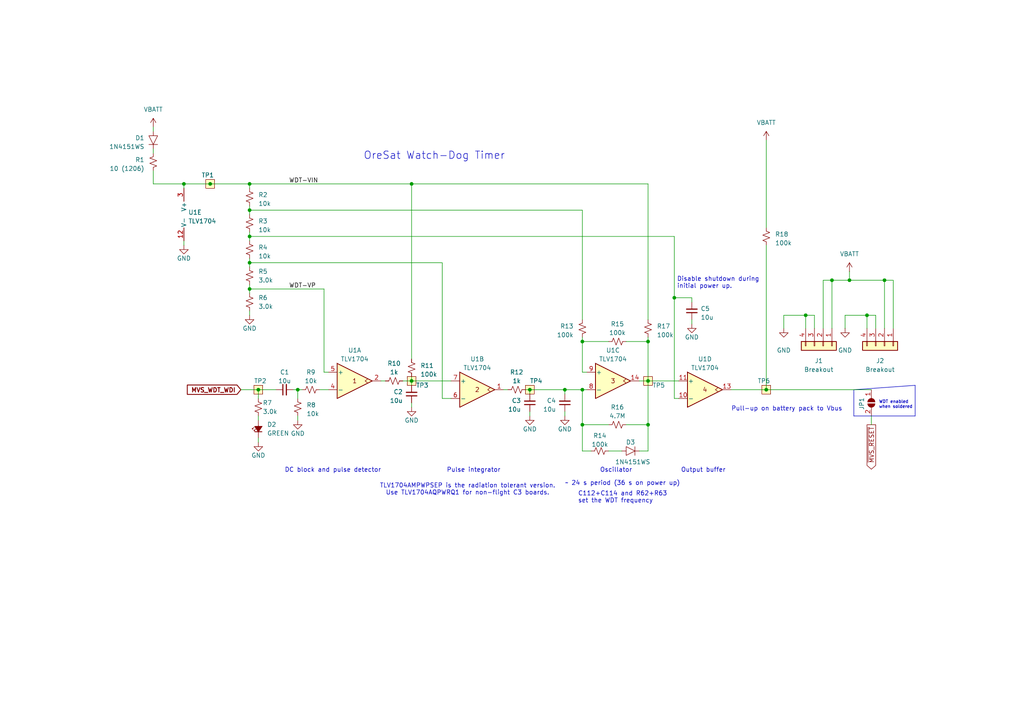
<source format=kicad_sch>
(kicad_sch (version 20231120) (generator "eeschema") (generator_version "8.0")
  (paper "A4")
  (lib_symbols
    (symbol "Connector_Generic:Conn_01x04" (pin_names (offset 1.016) hide)
      (property "Reference" "J" (at 0 5.08 0))
      (property "Value" "Conn_01x04" (at 0 -7.62 0))
      (symbol "Conn_01x04_1_1"
        (rectangle (start -1.27 -4.953) (end 0 -5.207) (stroke (width 0.1524)))
        (rectangle (start -1.27 -2.413) (end 0 -2.667) (stroke (width 0.1524)))
        (rectangle (start -1.27 0.127) (end 0 -0.127) (stroke (width 0.1524)))
        (rectangle (start -1.27 2.667) (end 0 2.413) (stroke (width 0.1524)))
        (rectangle (start -1.27 3.81) (end 1.27 -6.35) (stroke (width 0.254)) (fill (type background)))
        (pin passive line (at -5.08 2.54 0) (length 3.81) (name "Pin_1") (number "1"))
        (pin passive line (at -5.08 0 0) (length 3.81) (name "Pin_2") (number "2"))
        (pin passive line (at -5.08 -2.54 0) (length 3.81) (name "Pin_3") (number "3"))
        (pin passive line (at -5.08 -5.08 0) (length 3.81) (name "Pin_4") (number "4"))
      )
    )
    (symbol "Device:C_Small" (pin_numbers hide) (pin_names (offset 0.254) hide)
      (property "Reference" "C" (at 0.254 1.778 0))
      (property "Value" "C_Small" (at 0.254 -2.032 0))
      (symbol "C_Small_0_1"
        (polyline (pts (xy -1.524 -0.508) (xy 1.524 -0.508)) (stroke (width 0.3302)))
        (polyline (pts (xy -1.524 0.508) (xy 1.524 0.508)) (stroke (width 0.3048)))
      )
      (symbol "C_Small_1_1"
        (pin passive line (at 0 2.54 270) (length 2.032) (name "~") (number "1"))
        (pin passive line (at 0 -2.54 90) (length 2.032) (name "~") (number "2"))
      )
    )
    (symbol "Device:LED_Small_Filled" (pin_numbers hide) (pin_names (offset 0.254) hide)
      (property "Reference" "D" (at -1.27 3.175 0))
      (property "Value" "LED_Small_Filled" (at -4.445 -2.54 0))
      (symbol "LED_Small_Filled_0_1"
        (polyline (pts (xy -0.762 -1.016) (xy -0.762 1.016)) (stroke (width 0.254)))
        (polyline (pts (xy 1.016 0) (xy -0.762 0)))
        (polyline (pts (xy 0.762 -1.016) (xy -0.762 0) (xy 0.762 1.016) (xy 0.762 -1.016)) (stroke (width 0.254)) (fill (type outline)))
        (polyline (pts (xy 0 0.762) (xy -0.508 1.27) (xy -0.254 1.27) (xy -0.508 1.27) (xy -0.508 1.016)))
        (polyline (pts (xy 0.508 1.27) (xy 0 1.778) (xy 0.254 1.778) (xy 0 1.778) (xy 0 1.524)))
      )
      (symbol "LED_Small_Filled_1_1"
        (pin passive line (at -2.54 0 0) (length 1.778) (name "K") (number "1"))
        (pin passive line (at 2.54 0 180) (length 1.778) (name "A") (number "2"))
      )
    )
    (symbol "Device:R_Small_US" (pin_numbers hide) (pin_names (offset 0.254) hide)
      (property "Reference" "R" (at 0.762 0.508 0))
      (property "Value" "R_Small_US" (at 0.762 -1.016 0))
      (symbol "R_Small_US_1_1"
        (polyline (pts (xy 0 0) (xy 1.016 -0.381) (xy 0 -0.762) (xy -1.016 -1.143) (xy 0 -1.524)))
        (polyline (pts (xy 0 1.524) (xy 1.016 1.143) (xy 0 0.762) (xy -1.016 0.381) (xy 0 0)))
        (pin passive line (at 0 2.54 270) (length 1.016) (name "~") (number "1"))
        (pin passive line (at 0 -2.54 90) (length 1.016) (name "~") (number "2"))
      )
    )
    (symbol "GND_1" (power) (pin_numbers hide) (pin_names (offset 0) hide)
      (property "Value" "GND" (at 0 -3.81 0))
      (symbol "GND_1_0_1"
        (polyline (pts (xy 0 0) (xy 0 -1.27) (xy 1.27 -1.27) (xy 0 -2.54) (xy -1.27 -1.27) (xy 0 -1.27)))
      )
      (symbol "GND_1_1_1"
        (pin power_in line (at 0 0 270) (length 0) (name "~") (number "1"))
      )
    )
    (symbol "Jumper:SolderJumper_2_Open" (pin_names (offset 0) hide)
      (property "Reference" "JP" (at 0 2.032 0))
      (property "Value" "SolderJumper_2_Open" (at 0 -2.54 0))
      (symbol "SolderJumper_2_Open_0_1"
        (arc (start -0.254 1.016) (mid -1.2656 0) (end -0.254 -1.016))
        (arc (start -0.254 1.016) (mid -1.2656 0) (end -0.254 -1.016) (fill (type outline)))
        (polyline (pts (xy -0.254 1.016) (xy -0.254 -1.016)))
        (polyline (pts (xy 0.254 1.016) (xy 0.254 -1.016)))
        (arc (start 0.254 -1.016) (mid 1.2656 0) (end 0.254 1.016))
        (arc (start 0.254 -1.016) (mid 1.2656 0) (end 0.254 1.016) (fill (type outline)))
      )
      (symbol "SolderJumper_2_Open_1_1"
        (pin passive line (at -3.81 0 0) (length 2.54) (name "A") (number "1"))
        (pin passive line (at 3.81 0 180) (length 2.54) (name "B") (number "2"))
      )
    )
    (symbol "TLV1704AIPWR_1" (pin_names (offset 0.127))
      (property "Reference" "U" (at 0 5.08 0))
      (property "Value" "TLV1704AIPWR" (at 0 -5.08 0))
      (symbol "TLV1704AIPWR_1_1_1"
        (polyline (pts (xy 3.048 0) (xy 3.81 -0.635)))
        (polyline (pts (xy 3.81 0.635) (xy 3.048 0)))
        (polyline (pts (xy -5.08 5.08) (xy 5.08 0) (xy -5.08 -5.08) (xy -5.08 5.08)) (stroke (width 0.254)) (fill (type background)))
        (text "1" (at 0 0 0) (effects (font (size 1.27 1.27))))
        (pin open_collector line (at 7.62 0 180) (length 2.54) (name "~") (number "2"))
        (pin input line (at -7.62 -2.54 0) (length 2.54) (name "-") (number "4"))
        (pin input line (at -7.62 2.54 0) (length 2.54) (name "+") (number "5"))
      )
      (symbol "TLV1704AIPWR_1_2_1"
        (polyline (pts (xy 3.048 0) (xy 3.81 -0.635)))
        (polyline (pts (xy 3.81 0.635) (xy 3.048 0)))
        (polyline (pts (xy -5.08 5.08) (xy 5.08 0) (xy -5.08 -5.08) (xy -5.08 5.08)) (stroke (width 0.254)) (fill (type background)))
        (text "2" (at 0 0 0) (effects (font (size 1.27 1.27))))
        (pin open_collector line (at 7.62 0 180) (length 2.54) (name "~") (number "1"))
        (pin input line (at -7.62 -2.54 0) (length 2.54) (name "-") (number "6"))
        (pin input line (at -7.62 2.54 0) (length 2.54) (name "+") (number "7"))
      )
      (symbol "TLV1704AIPWR_1_3_1"
        (polyline (pts (xy 3.048 0) (xy 3.81 -0.635)))
        (polyline (pts (xy 3.81 0.635) (xy 3.048 0)))
        (polyline (pts (xy -5.08 5.08) (xy 5.08 0) (xy -5.08 -5.08) (xy -5.08 5.08)) (stroke (width 0.254)) (fill (type background)))
        (text "3" (at 0 0 0) (effects (font (size 1.27 1.27))))
        (pin open_collector line (at 7.62 0 180) (length 2.54) (name "~") (number "14"))
        (pin input line (at -7.62 -2.54 0) (length 2.54) (name "-") (number "8"))
        (pin input line (at -7.62 2.54 0) (length 2.54) (name "+") (number "9"))
      )
      (symbol "TLV1704AIPWR_1_4_1"
        (polyline (pts (xy 3.048 0) (xy 3.81 -0.635)))
        (polyline (pts (xy 3.81 0.635) (xy 3.048 0)))
        (polyline (pts (xy -5.08 5.08) (xy 5.08 0) (xy -5.08 -5.08) (xy -5.08 5.08)) (stroke (width 0.254)) (fill (type background)))
        (text "4" (at 0 0 0) (effects (font (size 1.27 1.27))))
        (pin input line (at -7.62 -2.54 0) (length 2.54) (name "-") (number "10"))
        (pin input line (at -7.62 2.54 0) (length 2.54) (name "+") (number "11"))
        (pin open_collector line (at 7.62 0 180) (length 2.54) (name "~") (number "13"))
      )
      (symbol "TLV1704AIPWR_1_5_1"
        (pin power_in line (at -2.54 -7.62 90) (length 3.81) (name "V-") (number "12"))
        (pin power_in line (at -2.54 7.62 270) (length 3.81) (name "V+") (number "3"))
      )
    )
    (symbol "TLV1704AIPWR_2" (pin_names (offset 0.127))
      (property "Reference" "U" (at 0 5.08 0))
      (property "Value" "TLV1704AIPWR" (at 0 -5.08 0))
      (symbol "TLV1704AIPWR_2_1_1"
        (polyline (pts (xy 3.048 0) (xy 3.81 -0.635)))
        (polyline (pts (xy 3.81 0.635) (xy 3.048 0)))
        (polyline (pts (xy -5.08 5.08) (xy 5.08 0) (xy -5.08 -5.08) (xy -5.08 5.08)) (stroke (width 0.254)) (fill (type background)))
        (text "1" (at 0 0 0) (effects (font (size 1.27 1.27))))
        (pin open_collector line (at 7.62 0 180) (length 2.54) (name "~") (number "2"))
        (pin input line (at -7.62 -2.54 0) (length 2.54) (name "-") (number "4"))
        (pin input line (at -7.62 2.54 0) (length 2.54) (name "+") (number "5"))
      )
      (symbol "TLV1704AIPWR_2_2_1"
        (polyline (pts (xy 3.048 0) (xy 3.81 -0.635)))
        (polyline (pts (xy 3.81 0.635) (xy 3.048 0)))
        (polyline (pts (xy -5.08 5.08) (xy 5.08 0) (xy -5.08 -5.08) (xy -5.08 5.08)) (stroke (width 0.254)) (fill (type background)))
        (text "2" (at 0 0 0) (effects (font (size 1.27 1.27))))
        (pin open_collector line (at 7.62 0 180) (length 2.54) (name "~") (number "1"))
        (pin input line (at -7.62 -2.54 0) (length 2.54) (name "-") (number "6"))
        (pin input line (at -7.62 2.54 0) (length 2.54) (name "+") (number "7"))
      )
      (symbol "TLV1704AIPWR_2_3_1"
        (polyline (pts (xy 3.048 0) (xy 3.81 -0.635)))
        (polyline (pts (xy 3.81 0.635) (xy 3.048 0)))
        (polyline (pts (xy -5.08 5.08) (xy 5.08 0) (xy -5.08 -5.08) (xy -5.08 5.08)) (stroke (width 0.254)) (fill (type background)))
        (text "3" (at 0 0 0) (effects (font (size 1.27 1.27))))
        (pin open_collector line (at 7.62 0 180) (length 2.54) (name "~") (number "14"))
        (pin input line (at -7.62 -2.54 0) (length 2.54) (name "-") (number "8"))
        (pin input line (at -7.62 2.54 0) (length 2.54) (name "+") (number "9"))
      )
      (symbol "TLV1704AIPWR_2_4_1"
        (polyline (pts (xy 3.048 0) (xy 3.81 -0.635)))
        (polyline (pts (xy 3.81 0.635) (xy 3.048 0)))
        (polyline (pts (xy -5.08 5.08) (xy 5.08 0) (xy -5.08 -5.08) (xy -5.08 5.08)) (stroke (width 0.254)) (fill (type background)))
        (text "4" (at 0 0 0) (effects (font (size 1.27 1.27))))
        (pin input line (at -7.62 -2.54 0) (length 2.54) (name "-") (number "10"))
        (pin input line (at -7.62 2.54 0) (length 2.54) (name "+") (number "11"))
        (pin open_collector line (at 7.62 0 180) (length 2.54) (name "~") (number "13"))
      )
      (symbol "TLV1704AIPWR_2_5_1"
        (pin power_in line (at -2.54 -7.62 90) (length 3.81) (name "V-") (number "12"))
        (pin power_in line (at -2.54 7.62 270) (length 3.81) (name "V+") (number "3"))
      )
    )
    (symbol "TLV1704AIPWR_3" (pin_names (offset 0.127))
      (property "Reference" "U" (at 0 5.08 0))
      (property "Value" "TLV1704AIPWR" (at 0 -5.08 0))
      (symbol "TLV1704AIPWR_3_1_1"
        (polyline (pts (xy 3.048 0) (xy 3.81 -0.635)))
        (polyline (pts (xy 3.81 0.635) (xy 3.048 0)))
        (polyline (pts (xy -5.08 5.08) (xy 5.08 0) (xy -5.08 -5.08) (xy -5.08 5.08)) (stroke (width 0.254)) (fill (type background)))
        (text "1" (at 0 0 0) (effects (font (size 1.27 1.27))))
        (pin open_collector line (at 7.62 0 180) (length 2.54) (name "~") (number "2"))
        (pin input line (at -7.62 -2.54 0) (length 2.54) (name "-") (number "4"))
        (pin input line (at -7.62 2.54 0) (length 2.54) (name "+") (number "5"))
      )
      (symbol "TLV1704AIPWR_3_2_1"
        (polyline (pts (xy 3.048 0) (xy 3.81 -0.635)))
        (polyline (pts (xy 3.81 0.635) (xy 3.048 0)))
        (polyline (pts (xy -5.08 5.08) (xy 5.08 0) (xy -5.08 -5.08) (xy -5.08 5.08)) (stroke (width 0.254)) (fill (type background)))
        (text "2" (at 0 0 0) (effects (font (size 1.27 1.27))))
        (pin open_collector line (at 7.62 0 180) (length 2.54) (name "~") (number "1"))
        (pin input line (at -7.62 -2.54 0) (length 2.54) (name "-") (number "6"))
        (pin input line (at -7.62 2.54 0) (length 2.54) (name "+") (number "7"))
      )
      (symbol "TLV1704AIPWR_3_3_1"
        (polyline (pts (xy 3.048 0) (xy 3.81 -0.635)))
        (polyline (pts (xy 3.81 0.635) (xy 3.048 0)))
        (polyline (pts (xy -5.08 5.08) (xy 5.08 0) (xy -5.08 -5.08) (xy -5.08 5.08)) (stroke (width 0.254)) (fill (type background)))
        (text "3" (at 0 0 0) (effects (font (size 1.27 1.27))))
        (pin open_collector line (at 7.62 0 180) (length 2.54) (name "~") (number "14"))
        (pin input line (at -7.62 -2.54 0) (length 2.54) (name "-") (number "8"))
        (pin input line (at -7.62 2.54 0) (length 2.54) (name "+") (number "9"))
      )
      (symbol "TLV1704AIPWR_3_4_1"
        (polyline (pts (xy 3.048 0) (xy 3.81 -0.635)))
        (polyline (pts (xy 3.81 0.635) (xy 3.048 0)))
        (polyline (pts (xy -5.08 5.08) (xy 5.08 0) (xy -5.08 -5.08) (xy -5.08 5.08)) (stroke (width 0.254)) (fill (type background)))
        (text "4" (at 0 0 0) (effects (font (size 1.27 1.27))))
        (pin input line (at -7.62 -2.54 0) (length 2.54) (name "-") (number "10"))
        (pin input line (at -7.62 2.54 0) (length 2.54) (name "+") (number "11"))
        (pin open_collector line (at 7.62 0 180) (length 2.54) (name "~") (number "13"))
      )
      (symbol "TLV1704AIPWR_3_5_1"
        (pin power_in line (at -2.54 -7.62 90) (length 3.81) (name "V-") (number "12"))
        (pin power_in line (at -2.54 7.62 270) (length 3.81) (name "V+") (number "3"))
      )
    )
    (symbol "TLV1704AIPWR_4" (pin_names (offset 0.127))
      (property "Reference" "U" (at 0 5.08 0))
      (property "Value" "TLV1704AIPWR" (at 0 -5.08 0))
      (symbol "TLV1704AIPWR_4_1_1"
        (polyline (pts (xy 3.048 0) (xy 3.81 -0.635)))
        (polyline (pts (xy 3.81 0.635) (xy 3.048 0)))
        (polyline (pts (xy -5.08 5.08) (xy 5.08 0) (xy -5.08 -5.08) (xy -5.08 5.08)) (stroke (width 0.254)) (fill (type background)))
        (text "1" (at 0 0 0) (effects (font (size 1.27 1.27))))
        (pin open_collector line (at 7.62 0 180) (length 2.54) (name "~") (number "2"))
        (pin input line (at -7.62 -2.54 0) (length 2.54) (name "-") (number "4"))
        (pin input line (at -7.62 2.54 0) (length 2.54) (name "+") (number "5"))
      )
      (symbol "TLV1704AIPWR_4_2_1"
        (polyline (pts (xy 3.048 0) (xy 3.81 -0.635)))
        (polyline (pts (xy 3.81 0.635) (xy 3.048 0)))
        (polyline (pts (xy -5.08 5.08) (xy 5.08 0) (xy -5.08 -5.08) (xy -5.08 5.08)) (stroke (width 0.254)) (fill (type background)))
        (text "2" (at 0 0 0) (effects (font (size 1.27 1.27))))
        (pin open_collector line (at 7.62 0 180) (length 2.54) (name "~") (number "1"))
        (pin input line (at -7.62 -2.54 0) (length 2.54) (name "-") (number "6"))
        (pin input line (at -7.62 2.54 0) (length 2.54) (name "+") (number "7"))
      )
      (symbol "TLV1704AIPWR_4_3_1"
        (polyline (pts (xy 3.048 0) (xy 3.81 -0.635)))
        (polyline (pts (xy 3.81 0.635) (xy 3.048 0)))
        (polyline (pts (xy -5.08 5.08) (xy 5.08 0) (xy -5.08 -5.08) (xy -5.08 5.08)) (stroke (width 0.254)) (fill (type background)))
        (text "3" (at 0 0 0) (effects (font (size 1.27 1.27))))
        (pin open_collector line (at 7.62 0 180) (length 2.54) (name "~") (number "14"))
        (pin input line (at -7.62 -2.54 0) (length 2.54) (name "-") (number "8"))
        (pin input line (at -7.62 2.54 0) (length 2.54) (name "+") (number "9"))
      )
      (symbol "TLV1704AIPWR_4_4_1"
        (polyline (pts (xy 3.048 0) (xy 3.81 -0.635)))
        (polyline (pts (xy 3.81 0.635) (xy 3.048 0)))
        (polyline (pts (xy -5.08 5.08) (xy 5.08 0) (xy -5.08 -5.08) (xy -5.08 5.08)) (stroke (width 0.254)) (fill (type background)))
        (text "4" (at 0 0 0) (effects (font (size 1.27 1.27))))
        (pin input line (at -7.62 -2.54 0) (length 2.54) (name "-") (number "10"))
        (pin input line (at -7.62 2.54 0) (length 2.54) (name "+") (number "11"))
        (pin open_collector line (at 7.62 0 180) (length 2.54) (name "~") (number "13"))
      )
      (symbol "TLV1704AIPWR_4_5_1"
        (pin power_in line (at -2.54 -7.62 90) (length 3.81) (name "V-") (number "12"))
        (pin power_in line (at -2.54 7.62 270) (length 3.81) (name "V+") (number "3"))
      )
    )
    (symbol "oresat-diodes:1N4151WS-HE3" (pin_numbers hide) (pin_names (offset 0) hide)
      (property "Reference" "D" (at 0 2.54 0))
      (property "Value" "1N4151WS" (at 0 -2.54 0))
      (symbol "1N4151WS-HE3_0_1"
        (polyline (pts (xy 1.27 0) (xy 1.27 1.27) (xy 1.27 -1.27) (xy 1.27 0) (xy -1.27 1.27) (xy -1.27 -1.27) (xy 1.27 0)))
      )
      (symbol "1N4151WS-HE3_1_1"
        (pin passive line (at 2.54 0 180) (length 1.27) (name "1") (number "1"))
        (pin passive line (at -2.54 0 0) (length 1.27) (name "2") (number "2"))
      )
    )
    (symbol "oresat-ics:TLV1704AIPWR" (pin_names (offset 0.127))
      (property "Reference" "U" (at 0 5.08 0))
      (property "Value" "TLV1704AIPWR" (at 0 -5.08 0))
      (symbol "TLV1704AIPWR_1_1"
        (polyline (pts (xy 3.048 0) (xy 3.81 -0.635)))
        (polyline (pts (xy 3.81 0.635) (xy 3.048 0)))
        (polyline (pts (xy -5.08 5.08) (xy 5.08 0) (xy -5.08 -5.08) (xy -5.08 5.08)) (stroke (width 0.254)) (fill (type background)))
        (text "1" (at 0 0 0) (effects (font (size 1.27 1.27))))
        (pin open_collector line (at 7.62 0 180) (length 2.54) (name "~") (number "2"))
        (pin input line (at -7.62 -2.54 0) (length 2.54) (name "-") (number "4"))
        (pin input line (at -7.62 2.54 0) (length 2.54) (name "+") (number "5"))
      )
      (symbol "TLV1704AIPWR_2_1"
        (polyline (pts (xy 3.048 0) (xy 3.81 -0.635)))
        (polyline (pts (xy 3.81 0.635) (xy 3.048 0)))
        (polyline (pts (xy -5.08 5.08) (xy 5.08 0) (xy -5.08 -5.08) (xy -5.08 5.08)) (stroke (width 0.254)) (fill (type background)))
        (text "2" (at 0 0 0) (effects (font (size 1.27 1.27))))
        (pin open_collector line (at 7.62 0 180) (length 2.54) (name "~") (number "1"))
        (pin input line (at -7.62 -2.54 0) (length 2.54) (name "-") (number "6"))
        (pin input line (at -7.62 2.54 0) (length 2.54) (name "+") (number "7"))
      )
      (symbol "TLV1704AIPWR_3_1"
        (polyline (pts (xy 3.048 0) (xy 3.81 -0.635)))
        (polyline (pts (xy 3.81 0.635) (xy 3.048 0)))
        (polyline (pts (xy -5.08 5.08) (xy 5.08 0) (xy -5.08 -5.08) (xy -5.08 5.08)) (stroke (width 0.254)) (fill (type background)))
        (text "3" (at 0 0 0) (effects (font (size 1.27 1.27))))
        (pin open_collector line (at 7.62 0 180) (length 2.54) (name "~") (number "14"))
        (pin input line (at -7.62 -2.54 0) (length 2.54) (name "-") (number "8"))
        (pin input line (at -7.62 2.54 0) (length 2.54) (name "+") (number "9"))
      )
      (symbol "TLV1704AIPWR_4_1"
        (polyline (pts (xy 3.048 0) (xy 3.81 -0.635)))
        (polyline (pts (xy 3.81 0.635) (xy 3.048 0)))
        (polyline (pts (xy -5.08 5.08) (xy 5.08 0) (xy -5.08 -5.08) (xy -5.08 5.08)) (stroke (width 0.254)) (fill (type background)))
        (text "4" (at 0 0 0) (effects (font (size 1.27 1.27))))
        (pin input line (at -7.62 -2.54 0) (length 2.54) (name "-") (number "10"))
        (pin input line (at -7.62 2.54 0) (length 2.54) (name "+") (number "11"))
        (pin open_collector line (at 7.62 0 180) (length 2.54) (name "~") (number "13"))
      )
      (symbol "TLV1704AIPWR_5_1"
        (pin power_in line (at -2.54 -7.62 90) (length 3.81) (name "V-") (number "12"))
        (pin power_in line (at -2.54 7.62 270) (length 3.81) (name "V+") (number "3"))
      )
    )
    (symbol "oresat-misc:Test-Point-0.75mm-th" (exclude_from_sim yes) (in_bom no)
      (property "Reference" "TP" (at 0 2.54 0))
      (symbol "Test-Point-0.75mm-th_1_0"
        (pin passive line (at 0 0 0) (length 0) (name "1") (number "1"))
      )
      (symbol "Test-Point-0.75mm-th_1_1"
        (rectangle (start -1.27 1.27) (end 1.27 -1.27) (fill (type background)))
      )
    )
    (symbol "power:GND" (power) (pin_names (offset 0))
      (property "Value" "GND" (at 0 -3.81 0))
      (symbol "GND_0_1"
        (polyline (pts (xy 0 0) (xy 0 -1.27) (xy 1.27 -1.27) (xy 0 -2.54) (xy -1.27 -1.27) (xy 0 -1.27)))
      )
      (symbol "GND_1_1"
        (pin power_in line (at 0 0 270) (length 0) hide (name "GND") (number "1"))
      )
    )
    (symbol "power:VBUS" (power) (pin_numbers hide) (pin_names (offset 0) hide)
      (property "Value" "VBUS" (at 0 3.556 0))
      (symbol "VBUS_0_1"
        (polyline (pts (xy -0.762 1.27) (xy 0 2.54)))
        (polyline (pts (xy 0 0) (xy 0 2.54)))
        (polyline (pts (xy 0 2.54) (xy 0.762 1.27)))
      )
      (symbol "VBUS_1_1"
        (pin power_in line (at 0 0 90) (length 0) (name "~") (number "1"))
      )
    )
  )
  (junction (at 72.39 68.58))
  (junction (at 86.36 113.03))
  (junction (at 241.3 81.28))
  (junction (at 187.96 99.06))
  (junction (at 163.83 113.03))
  (junction (at 195.58 86.36))
  (junction (at 72.39 83.82))
  (junction (at 222.25 113.03))
  (junction (at 168.91 123.19))
  (junction (at 246.38 81.28))
  (junction (at 153.67 113.03))
  (junction (at 60.96 53.34))
  (junction (at 119.38 53.34))
  (junction (at 72.39 76.2))
  (junction (at 233.68 91.44))
  (junction (at 168.91 113.03))
  (junction (at 256.54 81.28))
  (junction (at 187.96 110.49))
  (junction (at 72.39 60.96))
  (junction (at 119.38 110.49))
  (junction (at 72.39 53.34))
  (junction (at 168.91 99.06))
  (junction (at 251.46 91.44))
  (junction (at 187.96 123.19))
  (junction (at 74.93 113.03))
  (junction (at 53.34 53.34))
  (wire (pts (xy 119.38 110.49) (xy 130.81 110.49)))
  (wire (pts (xy 74.93 113.03) (xy 80.01 113.03)))
  (wire (pts (xy 195.58 68.58) (xy 195.58 86.36)))
  (wire (pts (xy 153.67 120.65) (xy 153.67 119.38)))
  (wire (pts (xy 72.39 83.82) (xy 72.39 85.09)))
  (wire (pts (xy 212.09 113.03) (xy 222.25 113.03)))
  (wire (pts (xy 44.45 49.53) (xy 44.45 53.34)))
  (wire (pts (xy 74.93 115.57) (xy 74.93 113.03)))
  (wire (pts (xy 119.38 118.11) (xy 119.38 116.84)))
  (wire (pts (xy 74.93 128.27) (xy 74.93 127)))
  (wire (pts (xy 44.45 43.18) (xy 44.45 44.45)))
  (wire (pts (xy 152.4 113.03) (xy 153.67 113.03)))
  (wire (pts (xy 233.68 95.25) (xy 233.68 91.44)))
  (wire (pts (xy 72.39 83.82) (xy 93.98 83.82)))
  (wire (pts (xy 259.08 81.28) (xy 256.54 81.28)))
  (wire (pts (xy 72.39 82.55) (xy 72.39 83.82)))
  (wire (pts (xy 251.46 91.44) (xy 254 91.44)))
  (wire (pts (xy 53.34 53.34) (xy 60.96 53.34)))
  (wire (pts (xy 44.45 53.34) (xy 53.34 53.34)))
  (wire (pts (xy 69.85 113.03) (xy 74.93 113.03)))
  (wire (pts (xy 93.98 83.82) (xy 93.98 107.95)))
  (wire (pts (xy 170.18 107.95) (xy 168.91 107.95)))
  (wire (pts (xy 72.39 68.58) (xy 72.39 69.85)))
  (wire (pts (xy 256.54 81.28) (xy 246.38 81.28)))
  (wire (pts (xy 200.66 87.63) (xy 200.66 86.36)))
  (wire (pts (xy 168.91 99.06) (xy 176.53 99.06)))
  (wire (pts (xy 187.96 110.49) (xy 196.85 110.49)))
  (wire (pts (xy 238.76 95.25) (xy 238.76 81.28)))
  (wire (pts (xy 72.39 76.2) (xy 72.39 77.47)))
  (wire (pts (xy 168.91 130.81) (xy 168.91 123.19)))
  (wire (pts (xy 246.38 81.28) (xy 246.38 78.74)))
  (wire (pts (xy 60.96 53.34) (xy 72.39 53.34)))
  (wire (pts (xy 245.11 91.44) (xy 245.11 95.25)))
  (wire (pts (xy 72.39 74.93) (xy 72.39 76.2)))
  (wire (pts (xy 119.38 110.49) (xy 119.38 109.22)))
  (wire (pts (xy 72.39 90.17) (xy 72.39 91.44)))
  (wire (pts (xy 72.39 68.58) (xy 195.58 68.58)))
  (wire (pts (xy 187.96 97.79) (xy 187.96 99.06)))
  (wire (pts (xy 236.22 91.44) (xy 236.22 95.25)))
  (wire (pts (xy 168.91 92.71) (xy 168.91 60.96)))
  (wire (pts (xy 119.38 110.49) (xy 119.38 111.76)))
  (wire (pts (xy 72.39 76.2) (xy 128.27 76.2)))
  (wire (pts (xy 153.67 113.03) (xy 153.67 114.3)))
  (wire (pts (xy 72.39 67.31) (xy 72.39 68.58)))
  (wire (pts (xy 86.36 113.03) (xy 87.63 113.03)))
  (wire (pts (xy 128.27 76.2) (xy 128.27 115.57)))
  (wire (pts (xy 251.46 95.25) (xy 251.46 91.44)))
  (wire (pts (xy 256.54 95.25) (xy 256.54 81.28)))
  (wire (pts (xy 254 91.44) (xy 254 95.25)))
  (wire (pts (xy 185.42 130.81) (xy 187.96 130.81)))
  (wire (pts (xy 128.27 115.57) (xy 130.81 115.57)))
  (wire (pts (xy 72.39 60.96) (xy 72.39 62.23)))
  (wire (pts (xy 168.91 130.81) (xy 171.45 130.81)))
  (wire (pts (xy 86.36 113.03) (xy 86.36 115.57)))
  (wire (pts (xy 187.96 130.81) (xy 187.96 123.19)))
  (wire (pts (xy 181.61 123.19) (xy 187.96 123.19)))
  (wire (pts (xy 168.91 123.19) (xy 168.91 113.03)))
  (wire (pts (xy 146.05 113.03) (xy 147.32 113.03)))
  (wire (pts (xy 176.53 130.81) (xy 180.34 130.81)))
  (wire (pts (xy 153.67 113.03) (xy 163.83 113.03)))
  (wire (pts (xy 241.3 81.28) (xy 246.38 81.28)))
  (wire (pts (xy 222.25 40.64) (xy 222.25 66.04)))
  (wire (pts (xy 53.34 54.61) (xy 53.34 53.34)))
  (wire (pts (xy 92.71 113.03) (xy 95.25 113.03)))
  (wire (pts (xy 74.93 120.65) (xy 74.93 121.92)))
  (wire (pts (xy 233.68 91.44) (xy 236.22 91.44)))
  (wire (pts (xy 119.38 53.34) (xy 72.39 53.34)))
  (wire (pts (xy 187.96 123.19) (xy 187.96 110.49)))
  (wire (pts (xy 53.34 71.12) (xy 53.34 69.85)))
  (wire (pts (xy 176.53 123.19) (xy 168.91 123.19)))
  (wire (pts (xy 72.39 60.96) (xy 168.91 60.96)))
  (wire (pts (xy 233.68 91.44) (xy 227.33 91.44)))
  (polyline (pts (xy 247.65 120.65) (xy 247.65 113.03)))
  (wire (pts (xy 163.83 113.03) (xy 168.91 113.03)))
  (wire (pts (xy 241.3 81.28) (xy 241.3 95.25)))
  (wire (pts (xy 110.49 110.49) (xy 111.76 110.49)))
  (wire (pts (xy 163.83 114.3) (xy 163.83 113.03)))
  (wire (pts (xy 195.58 115.57) (xy 196.85 115.57)))
  (wire (pts (xy 200.66 93.98) (xy 200.66 92.71)))
  (wire (pts (xy 163.83 120.65) (xy 163.83 119.38)))
  (wire (pts (xy 227.33 91.44) (xy 227.33 95.25)))
  (wire (pts (xy 44.45 36.83) (xy 44.45 38.1)))
  (polyline (pts (xy 265.43 120.65) (xy 247.65 120.65)))
  (wire (pts (xy 168.91 107.95) (xy 168.91 99.06)))
  (wire (pts (xy 187.96 99.06) (xy 187.96 110.49)))
  (wire (pts (xy 185.42 110.49) (xy 187.96 110.49)))
  (wire (pts (xy 168.91 97.79) (xy 168.91 99.06)))
  (wire (pts (xy 187.96 92.71) (xy 187.96 53.34)))
  (wire (pts (xy 116.84 110.49) (xy 119.38 110.49)))
  (wire (pts (xy 195.58 86.36) (xy 195.58 115.57)))
  (wire (pts (xy 251.46 91.44) (xy 245.11 91.44)))
  (wire (pts (xy 259.08 95.25) (xy 259.08 81.28)))
  (polyline (pts (xy 265.43 111.76) (xy 265.43 120.65)))
  (wire (pts (xy 86.36 120.65) (xy 86.36 121.92)))
  (wire (pts (xy 238.76 81.28) (xy 241.3 81.28)))
  (wire (pts (xy 93.98 107.95) (xy 95.25 107.95)))
  (wire (pts (xy 119.38 53.34) (xy 119.38 104.14)))
  (wire (pts (xy 222.25 71.12) (xy 222.25 113.03)))
  (wire (pts (xy 252.73 120.65) (xy 252.73 123.19)))
  (wire (pts (xy 72.39 59.69) (xy 72.39 60.96)))
  (wire (pts (xy 85.09 113.03) (xy 86.36 113.03)))
  (wire (pts (xy 119.38 53.34) (xy 187.96 53.34)))
  (wire (pts (xy 195.58 86.36) (xy 200.66 86.36)))
  (wire (pts (xy 222.25 113.03) (xy 252.73 113.03)))
  (polyline (pts (xy 247.65 113.03) (xy 265.43 111.76)))
  (wire (pts (xy 168.91 113.03) (xy 170.18 113.03)))
  (wire (pts (xy 72.39 54.61) (xy 72.39 53.34)))
  (wire (pts (xy 181.61 99.06) (xy 187.96 99.06)))
  (text "Pull-up on battery pack to Vbus" (at 212.09 119.38 0) (effects (font (size 1.27 1.27)) (justify left bottom)))
  (text "Oscillator" (at 173.99 137.16 0) (effects (font (size 1.27 1.27)) (justify left bottom)))
  (text "TLV1704AMPWPSEP is the radiation tolerant version.\nUse TLV1704AQPWRQ1 for non-flight C3 boards." (at 135.636 141.986 0) (effects (font (size 1.27 1.27))))
  (text "C112+C114 and R62+R63 \nset the WDT frequency" (at 167.64 146.05 0) (effects (font (size 1.27 1.27)) (justify left bottom)))
  (text "DC block and pulse detector" (at 82.55 137.16 0) (effects (font (size 1.27 1.27)) (justify left bottom)))
  (text "~ 24 s period (36 s on power up)" (at 163.83 140.97 0) (effects (font (size 1.27 1.27)) (justify left bottom)))
  (text "WDT enabled\nwhen soldered" (at 254.889 118.618 0) (effects (font (size 0.889 0.889)) (justify left bottom)))
  (text "OreSat Watch-Dog Timer" (at 105.41 46.482 0) (effects (font (size 2.159 2.159)) (justify left bottom)))
  (text "Pulse integrator" (at 129.54 137.16 0) (effects (font (size 1.27 1.27)) (justify left bottom)))
  (text "Output buffer" (at 197.485 137.16 0) (effects (font (size 1.27 1.27)) (justify left bottom)))
  (text "Disable shutdown during\ninitial power up." (at 196.342 83.82 0) (effects (font (size 1.27 1.27)) (justify left bottom)))
  (label "WDT-VIN" (at 83.82 53.34 0))
  (label "WDT-VP" (at 83.82 83.82 0))
  (global_label "MVS_WDT_WDI" (shape input) (at 69.85 113.03 180) (effects (font (thickness 0.254) (bold yes))) (property "Intersheetrefs" "${INTERSHEET_REFS}" (effects (hide yes))))
  (global_label "~{MVS_RESET}" (shape output) (at 252.73 123.19 270) (property "Intersheetrefs" "${INTERSHEET_REFS}" (effects (hide yes))))
  (symbol (lib_id "Device:LED_Small_Filled") (at 74.93 124.46 90) (unit 1)
    (property "Reference" "D2" (at 77.47 123.1265 90) (effects (justify right)))
    (property "Value" "GREEN" (at 77.47 125.6665 90) (effects (justify right)))
    (property "Footprint" "LED_SMD:LED_0603_1608Metric" (effects (hide yes)))
    (property "Description" "Green 520nm LED Indication - Discrete 3.2V 0603 (1608 Metric) - 430 mcd @ 20 mA" (effects (hide yes)))
    (property "DPN" "732-4971-1-ND" (effects (hide yes)))
    (property "DST" "Digi-Key" (effects (hide yes)))
    (property "MFR" "Wurth" (effects (hide yes)))
    (property "MPN" "150060GS75000" (effects (hide yes)))
  )
  (symbol (lib_id "Device:R_Small_US") (at 114.3 110.49 90) (unit 1)
    (property "Reference" "R10" (at 114.3 105.41 90))
    (property "Value" "1k" (at 114.3 107.95 90))
    (property "Footprint" "Resistor_SMD:R_0603_1608Metric" (effects (hide yes)))
    (property "Description" "1 kOhms ±1% 0.1W, 1/10W Chip Resistor 0603 (1608 Metric) Automotive AEC-Q200 Thick Film" (effects (hide yes)))
    (property "DPN" "RMCF0603FT1K00CT-ND" (effects (hide yes)))
    (property "DST" "Digi-Key" (effects (hide yes)))
    (property "MFR" "Stackpole Electronics Inc" (effects (hide yes)))
    (property "MPN" "RMCF0603FT1K00" (effects (hide yes)))
  )
  (symbol (lib_id "Connector_Generic:Conn_01x04") (at 256.54 100.33 270) (unit 1)
    (property "Reference" "J2" (at 255.27 104.648 90))
    (property "Value" "Breakout" (at 255.27 107.188 90))
    (property "Footprint" "FC_DEV_BOARD:JST_BM04B-SRSS-TB(LF)(SN)" (effects (hide yes)))
  )
  (symbol (lib_id "oresat-misc:Test-Point-0.75mm-th") (at 222.25 113.03 0) (unit 1) (exclude_from_sim yes) (in_bom no)
    (property "Reference" "TP6" (at 219.71 110.49 0) (effects (justify left)))
    (property "Value" "TestPoint-MinTH" (effects (hide yes)))
    (property "Footprint" "oresat-misc:TestPoint-0.75mm-th" (effects (hide yes)))
    (property "Description" "0.75 mm TH test point; good for scope probes and jumpers" (effects (hide yes)))
  )
  (symbol (lib_id "Device:R_Small_US") (at 72.39 64.77 0) (unit 1)
    (property "Reference" "R3" (at 74.93 64.135 0) (effects (justify left)))
    (property "Value" "10k" (at 74.93 66.675 0) (effects (justify left)))
    (property "Footprint" "Resistor_SMD:R_0603_1608Metric" (effects (hide yes)))
    (property "Description" "10 kOhms ±1% 0.1W, 1/10W Chip Resistor 0603 (1608 Metric) Automotive AEC-Q200 Thick Film" (effects (hide yes)))
    (property "DPN" "RMCF0603FT10K0CT-ND" (effects (hide yes)))
    (property "DST" "Digi-Key" (effects (hide yes)))
    (property "MFR" "Stackpole Electronics Inc" (effects (hide yes)))
    (property "MPN" "RMCF0603FT10K0" (effects (hide yes)))
  )
  (symbol (lib_id "Device:R_Small_US") (at 86.36 118.11 0) (unit 1)
    (property "Reference" "R8" (at 88.9 117.475 0) (effects (justify left)))
    (property "Value" "10k" (at 88.9 120.015 0) (effects (justify left)))
    (property "Footprint" "Resistor_SMD:R_0603_1608Metric" (effects (hide yes)))
    (property "Description" "10 kOhms ±1% 0.1W, 1/10W Chip Resistor 0603 (1608 Metric) Automotive AEC-Q200 Thick Film" (effects (hide yes)))
    (property "DPN" "RMCF0603FT10K0CT-ND" (effects (hide yes)))
    (property "DST" "Digi-Key" (effects (hide yes)))
    (property "MFR" "Stackpole Electronics Inc" (effects (hide yes)))
    (property "MPN" "RMCF0603FT10K0" (effects (hide yes)))
  )
  (symbol (lib_id "oresat-misc:Test-Point-0.75mm-th") (at 60.96 53.34 0) (unit 1) (exclude_from_sim yes) (in_bom no)
    (property "Reference" "TP1" (at 58.42 50.8 0) (effects (justify left)))
    (property "Value" "TestPoint-MinTH" (effects (hide yes)))
    (property "Footprint" "oresat-misc:TestPoint-0.75mm-th" (effects (hide yes)))
    (property "Description" "0.75 mm TH test point; good for scope probes and jumpers" (effects (hide yes)))
  )
  (symbol (lib_id "Device:R_Small_US") (at 179.07 123.19 270) (unit 1)
    (property "Reference" "R16" (at 179.07 118.11 90))
    (property "Value" "4.7M" (at 179.07 120.65 90))
    (property "Footprint" "Resistor_SMD:R_0603_1608Metric" (effects (hide yes)))
    (property "Description" "4.7 MOhms ±1% 0.1W, 1/10W Chip Resistor 0603 (1608 Metric) Automotive AEC-Q200 Thick Film" (effects (hide yes)))
    (property "DPN" "RMCF0603FT4M70CT-ND" (effects (hide yes)))
    (property "DST" "Digi-Key" (effects (hide yes)))
    (property "MFR" "Stackpole Electronics Inc" (effects (hide yes)))
    (property "MPN" "RMCF0603FT4M70" (effects (hide yes)))
  )
  (symbol (lib_id "oresat-diodes:1N4151WS-HE3") (at 44.45 40.64 90) (mirror x) (unit 1)
    (property "Reference" "D1" (at 41.91 40.005 90) (effects (justify left)))
    (property "Value" "1N4151WS" (at 41.91 42.545 90) (effects (justify left)))
    (property "Footprint" "Diode_SMD:D_SOD-323" (effects (hide yes)))
    (property "Datasheet" "https://www.vishay.com/docs/85847/1n4151ws.pdf" (effects (hide yes)))
    (property "Description" "Diode Standard 50V 150mA Surface Mount SOD-323" (effects (hide yes)))
    (property "DPN" "112-1N4151WS-E3-08CT-ND" (effects (hide yes)))
    (property "DST" "Digi-Key" (effects (hide yes)))
    (property "MFR" "Vishay" (effects (hide yes)))
    (property "MPN" "1N4151WS-E3-08" (effects (hide yes)))
  )
  (symbol (lib_id "Device:R_Small_US") (at 173.99 130.81 270) (unit 1)
    (property "Reference" "R14" (at 173.99 126.365 90))
    (property "Value" "100k" (at 173.99 128.905 90))
    (property "Footprint" "Resistor_SMD:R_0603_1608Metric" (effects (hide yes)))
    (property "Description" "100 kOhms ±5% 0.1W, 1/10W Chip Resistor 0603 (1608 Metric) Automotive AEC-Q200 Thick Film" (effects (hide yes)))
    (property "DPN" "RMCF0603FT100KCT-ND" (effects (hide yes)))
    (property "DST" "Digi-Key" (effects (hide yes)))
    (property "MFR" "Stackpole Electronics Inc" (effects (hide yes)))
    (property "MPN" "RMCF0603FT100K" (effects (hide yes)))
  )
  (symbol (lib_id "oresat-ics:TLV1704AIPWR") (at 55.88 62.23 0) (unit 5)
    (property "Reference" "U1" (at 54.61 61.595 0) (effects (justify left)))
    (property "Value" "TLV1704" (at 54.61 64.135 0) (effects (justify left)))
    (property "Footprint" "Package_SO:TSSOP-14_4.4x5mm_P0.65mm" (effects (hide yes)))
    (property "Datasheet" "https://www.ti.com/lit/ds/symlink/tlv1704-sep.pdf" (effects (hide yes)))
    (property "Description" "Analog Comparators 2.2-V to 36-V, radiation tolerant microPower quad comparator in space enhanced plastic 14-TSSOP -55 to 125" (effects (hide yes)))
    (property "MFR" "Texas Instruments" (effects (hide yes)))
    (property "MPN" "TLV1704AQPWRQ1" (effects (hide yes)))
    (property "DST" "Digi-Key" (effects (hide yes)))
    (property "DPN" "296-43799-2-ND" (effects (hide yes)))
  )
  (symbol (lib_id "Device:R_Small_US") (at 74.93 118.11 0) (unit 1)
    (property "Reference" "R7" (at 76.2 116.84 0) (effects (justify left)))
    (property "Value" "3.0k" (at 76.2 119.38 0) (effects (justify left)))
    (property "Footprint" "Resistor_SMD:R_0603_1608Metric" (effects (hide yes)))
    (property "Description" "3 kOhms ±1% 0.1W, 1/10W Chip Resistor 0603 (1608 Metric) Automotive AEC-Q200 Thick Film" (effects (hide yes)))
    (property "DPN" "RMCF0603FT3K00CT-ND" (effects (hide yes)))
    (property "DST" "Digi-Key" (effects (hide yes)))
    (property "MFR" "Stackpole Electronics Inc" (effects (hide yes)))
    (property "MPN" "RMCF0603FT3K00" (effects (hide yes)))
  )
  (symbol (lib_id "oresat-diodes:1N4151WS-HE3") (at 182.88 130.81 0) (unit 1)
    (property "Reference" "D3" (at 182.88 128.27 0))
    (property "Value" "1N4151WS" (at 183.515 133.985 0))
    (property "Footprint" "Diode_SMD:D_SOD-323" (effects (hide yes)))
    (property "Datasheet" "https://www.vishay.com/docs/85847/1n4151ws.pdf" (effects (hide yes)))
    (property "Description" "Diode Standard 50V 150mA Surface Mount SOD-323" (effects (hide yes)))
    (property "DPN" "112-1N4151WS-E3-08CT-ND" (effects (hide yes)))
    (property "DST" "Digi-Key" (effects (hide yes)))
    (property "MFR" "Vishay" (effects (hide yes)))
    (property "MPN" "1N4151WS-E3-08" (effects (hide yes)))
  )
  (symbol (lib_id "power:GND") (at 163.83 120.65 0) (mirror y) (unit 1)
    (property "Reference" "#PWR08" (effects (hide yes)))
    (property "Value" "GND" (at 163.83 124.46 0))
    (property "Description" "Power symbol creates a global label with name \"GND\" , ground" (effects (hide yes)))
  )
  (symbol (lib_id "Device:R_Small_US") (at 179.07 99.06 90) (unit 1)
    (property "Reference" "R15" (at 179.07 93.98 90))
    (property "Value" "100k" (at 179.07 96.52 90))
    (property "Footprint" "Resistor_SMD:R_0603_1608Metric" (effects (hide yes)))
    (property "Description" "100 kOhms ±5% 0.1W, 1/10W Chip Resistor 0603 (1608 Metric) Automotive AEC-Q200 Thick Film" (effects (hide yes)))
    (property "DPN" "RMCF0603FT100KCT-ND" (effects (hide yes)))
    (property "DST" "Digi-Key" (effects (hide yes)))
    (property "MFR" "Stackpole Electronics Inc" (effects (hide yes)))
    (property "MPN" "RMCF0603FT100K" (effects (hide yes)))
  )
  (symbol (lib_name "TLV1704AIPWR_3") (lib_id "oresat-ics:TLV1704AIPWR") (at 204.47 113.03 0) (unit 4)
    (property "Reference" "U1" (at 204.47 104.14 0))
    (property "Value" "TLV1704" (at 204.47 106.68 0))
    (property "Footprint" "Package_SO:TSSOP-14_4.4x5mm_P0.65mm" (effects (hide yes)))
    (property "Datasheet" "https://www.ti.com/lit/ds/symlink/tlv1704-sep.pdf" (effects (hide yes)))
    (property "Description" "Analog Comparators 2.2-V to 36-V, radiation tolerant microPower quad comparator in space enhanced plastic 14-TSSOP -55 to 125" (effects (hide yes)))
    (property "MFR" "Texas Instruments" (effects (hide yes)))
    (property "MPN" "TLV1704AQPWRQ1" (effects (hide yes)))
    (property "DST" "Digi-Key" (effects (hide yes)))
    (property "DPN" "296-43799-2-ND" (effects (hide yes)))
  )
  (symbol (lib_id "power:GND") (at 74.93 128.27 0) (unit 1)
    (property "Reference" "#PWR04" (effects (hide yes)))
    (property "Value" "GND" (at 74.93 132.08 0))
    (property "Description" "Power symbol creates a global label with name \"GND\" , ground" (effects (hide yes)))
  )
  (symbol (lib_id "power:GND") (at 53.34 71.12 0) (mirror y) (unit 1)
    (property "Reference" "#PWR02" (effects (hide yes)))
    (property "Value" "GND" (at 53.34 74.93 0))
    (property "Description" "Power symbol creates a global label with name \"GND\" , ground" (effects (hide yes)))
  )
  (symbol (lib_id "Device:C_Small") (at 163.83 116.84 0) (mirror x) (unit 1)
    (property "Reference" "C4" (at 161.29 116.1986 0) (effects (justify right)))
    (property "Value" "10u" (at 161.29 118.7386 0) (effects (justify right)))
    (property "Footprint" "Capacitor_SMD:C_0603_1608Metric" (effects (hide yes)))
    (property "Description" "10 µF ±10% 16V Ceramic Capacitor X5R 0603 (1608 Metric)" (effects (hide yes)))
    (property "DPN" "490-12317-1-ND" (effects (hide yes)))
    (property "DST" "Digi-Key" (effects (hide yes)))
    (property "MFR" "Murata" (effects (hide yes)))
    (property "MPN" "GRT188R61C106KE13D" (effects (hide yes)))
  )
  (symbol (lib_id "power:VBUS") (at 222.25 40.64 0) (unit 1)
    (property "Reference" "#PWR010" (effects (hide yes)))
    (property "Value" "VBATT" (at 222.25 35.56 0))
    (property "Description" "Power symbol creates a global label with name \"VBUS\"" (effects (hide yes)))
  )
  (symbol (lib_id "oresat-misc:Test-Point-0.75mm-th") (at 119.38 110.49 0) (unit 1) (exclude_from_sim yes) (in_bom no)
    (property "Reference" "TP3" (at 120.65 111.76 0) (effects (justify left)))
    (property "Value" "TestPoint-MinTH" (effects (hide yes)))
    (property "Footprint" "oresat-misc:TestPoint-0.75mm-th" (effects (hide yes)))
    (property "Description" "0.75 mm TH test point; good for scope probes and jumpers" (effects (hide yes)))
  )
  (symbol (lib_id "power:GND") (at 153.67 120.65 0) (mirror y) (unit 1)
    (property "Reference" "#PWR07" (effects (hide yes)))
    (property "Value" "GND" (at 153.67 124.46 0))
    (property "Description" "Power symbol creates a global label with name \"GND\" , ground" (effects (hide yes)))
  )
  (symbol (lib_name "GND_1") (lib_id "power:GND") (at 227.33 95.25 0) (unit 1)
    (property "Reference" "#PWR011" (effects (hide yes)))
    (property "Value" "GND" (at 227.33 101.6 0))
    (property "Description" "Power symbol creates a global label with name \"GND\" , ground" (effects (hide yes)))
  )
  (symbol (lib_id "Device:R_Small_US") (at 168.91 95.25 0) (mirror x) (unit 1)
    (property "Reference" "R13" (at 166.37 94.615 0) (effects (justify right)))
    (property "Value" "100k" (at 166.37 97.155 0) (effects (justify right)))
    (property "Footprint" "Resistor_SMD:R_0603_1608Metric" (effects (hide yes)))
    (property "Description" "100 kOhms ±5% 0.1W, 1/10W Chip Resistor 0603 (1608 Metric) Automotive AEC-Q200 Thick Film" (effects (hide yes)))
    (property "DPN" "RMCF0603FT100KCT-ND" (effects (hide yes)))
    (property "DST" "Digi-Key" (effects (hide yes)))
    (property "MFR" "Stackpole Electronics Inc" (effects (hide yes)))
    (property "MPN" "RMCF0603FT100K" (effects (hide yes)))
  )
  (symbol (lib_id "Device:C_Small") (at 119.38 114.3 0) (mirror x) (unit 1)
    (property "Reference" "C2" (at 116.84 113.6586 0) (effects (justify right)))
    (property "Value" "10u" (at 116.84 116.1986 0) (effects (justify right)))
    (property "Footprint" "Capacitor_SMD:C_0603_1608Metric" (effects (hide yes)))
    (property "Description" "10 µF ±10% 16V Ceramic Capacitor X5R 0603 (1608 Metric)" (effects (hide yes)))
    (property "DPN" "490-12317-1-ND" (effects (hide yes)))
    (property "DST" "Digi-Key" (effects (hide yes)))
    (property "MFR" "Murata" (effects (hide yes)))
    (property "MPN" "GRT188R61C106KE13D" (effects (hide yes)))
  )
  (symbol (lib_id "Device:R_Small_US") (at 119.38 106.68 0) (unit 1)
    (property "Reference" "R11" (at 121.92 106.045 0) (effects (justify left)))
    (property "Value" "100k" (at 121.92 108.585 0) (effects (justify left)))
    (property "Footprint" "Resistor_SMD:R_0603_1608Metric" (effects (hide yes)))
    (property "Description" "100 kOhms ±5% 0.1W, 1/10W Chip Resistor 0603 (1608 Metric) Automotive AEC-Q200 Thick Film" (effects (hide yes)))
    (property "DPN" "RMCF0603FT100KCT-ND" (effects (hide yes)))
    (property "DST" "Digi-Key" (effects (hide yes)))
    (property "MFR" "Stackpole Electronics Inc" (effects (hide yes)))
    (property "MPN" "RMCF0603FT100K" (effects (hide yes)))
  )
  (symbol (lib_id "Device:R_Small_US") (at 149.86 113.03 90) (unit 1)
    (property "Reference" "R12" (at 149.86 107.95 90))
    (property "Value" "1k" (at 149.86 110.49 90))
    (property "Footprint" "Resistor_SMD:R_0603_1608Metric" (effects (hide yes)))
    (property "Description" "1 kOhms ±1% 0.1W, 1/10W Chip Resistor 0603 (1608 Metric) Automotive AEC-Q200 Thick Film" (effects (hide yes)))
    (property "DPN" "RMCF0603FT1K00CT-ND" (effects (hide yes)))
    (property "DST" "Digi-Key" (effects (hide yes)))
    (property "MFR" "Stackpole Electronics Inc" (effects (hide yes)))
    (property "MPN" "RMCF0603FT1K00" (effects (hide yes)))
  )
  (symbol (lib_id "Device:R_Small_US") (at 72.39 80.01 0) (unit 1)
    (property "Reference" "R5" (at 74.93 78.74 0) (effects (justify left)))
    (property "Value" "3.0k" (at 74.93 81.28 0) (effects (justify left)))
    (property "Footprint" "Resistor_SMD:R_0603_1608Metric" (effects (hide yes)))
    (property "Description" "3 kOhms ±1% 0.1W, 1/10W Chip Resistor 0603 (1608 Metric) Automotive AEC-Q200 Thick Film" (effects (hide yes)))
    (property "DPN" "RMCF0603FT3K00CT-ND" (effects (hide yes)))
    (property "DST" "Digi-Key" (effects (hide yes)))
    (property "MFR" "Stackpole Electronics Inc" (effects (hide yes)))
    (property "MPN" "RMCF0603FT3K00" (effects (hide yes)))
  )
  (symbol (lib_id "power:VBUS") (at 44.45 36.83 0) (unit 1)
    (property "Reference" "#PWR01" (effects (hide yes)))
    (property "Value" "VBATT" (at 44.45 31.75 0))
    (property "Description" "Power symbol creates a global label with name \"VBUS\"" (effects (hide yes)))
  )
  (symbol (lib_id "oresat-misc:Test-Point-0.75mm-th") (at 187.96 110.49 0) (unit 1) (exclude_from_sim yes) (in_bom no)
    (property "Reference" "TP5" (at 189.23 111.76 0) (effects (justify left)))
    (property "Value" "TestPoint-MinTH" (effects (hide yes)))
    (property "Footprint" "oresat-misc:TestPoint-0.75mm-th" (effects (hide yes)))
    (property "Description" "0.75 mm TH test point; good for scope probes and jumpers" (effects (hide yes)))
  )
  (symbol (lib_id "Device:R_Small_US") (at 222.25 68.58 180) (unit 1)
    (property "Reference" "R18" (at 224.79 67.945 0) (effects (justify right)))
    (property "Value" "100k" (at 224.79 70.485 0) (effects (justify right)))
    (property "Footprint" "Resistor_SMD:R_0603_1608Metric" (effects (hide yes)))
    (property "Description" "100 kOhms ±5% 0.1W, 1/10W Chip Resistor 0603 (1608 Metric) Automotive AEC-Q200 Thick Film" (effects (hide yes)))
    (property "DPN" "RMCF0603FT100KCT-ND" (effects (hide yes)))
    (property "DST" "Digi-Key" (effects (hide yes)))
    (property "MFR" "Stackpole Electronics Inc" (effects (hide yes)))
    (property "MPN" "RMCF0603FT100K" (effects (hide yes)))
  )
  (symbol (lib_name "TLV1704AIPWR_4") (lib_id "oresat-ics:TLV1704AIPWR") (at 138.43 113.03 0) (unit 2)
    (property "Reference" "U1" (at 138.43 104.14 0))
    (property "Value" "TLV1704" (at 138.43 106.68 0))
    (property "Footprint" "Package_SO:TSSOP-14_4.4x5mm_P0.65mm" (effects (hide yes)))
    (property "Datasheet" "https://www.ti.com/lit/ds/symlink/tlv1704-sep.pdf" (effects (hide yes)))
    (property "Description" "Analog Comparators 2.2-V to 36-V, radiation tolerant microPower quad comparator in space enhanced plastic 14-TSSOP -55 to 125" (effects (hide yes)))
    (property "MFR" "Texas Instruments" (effects (hide yes)))
    (property "MPN" "TLV1704AQPWRQ1" (effects (hide yes)))
    (property "DST" "Digi-Key" (effects (hide yes)))
    (property "DPN" "296-43799-2-ND" (effects (hide yes)))
  )
  (symbol (lib_id "Device:R_Small_US") (at 90.17 113.03 90) (unit 1)
    (property "Reference" "R9" (at 90.17 107.95 90))
    (property "Value" "10k" (at 90.17 110.49 90))
    (property "Footprint" "Resistor_SMD:R_0603_1608Metric" (effects (hide yes)))
    (property "Description" "10 kOhms ±1% 0.1W, 1/10W Chip Resistor 0603 (1608 Metric) Automotive AEC-Q200 Thick Film" (effects (hide yes)))
    (property "DPN" "RMCF0603FT10K0CT-ND" (effects (hide yes)))
    (property "DST" "Digi-Key" (effects (hide yes)))
    (property "MFR" "Stackpole Electronics Inc" (effects (hide yes)))
    (property "MPN" "RMCF0603FT10K0" (effects (hide yes)))
  )
  (symbol (lib_id "Jumper:SolderJumper_2_Open") (at 252.73 116.84 270) (unit 1)
    (property "Reference" "JP1" (at 249.936 117.094 0))
    (property "Value" "SolderJumper_2_Open" (effects (hide yes)))
    (property "Footprint" "Jumper:SolderJumper-2_P1.3mm_Open_RoundedPad1.0x1.5mm" (effects (hide yes)))
  )
  (symbol (lib_id "power:VBUS") (at 246.38 78.74 0) (unit 1)
    (property "Reference" "#PWR013" (effects (hide yes)))
    (property "Value" "VBATT" (at 246.38 73.66 0))
    (property "Description" "Power symbol creates a global label with name \"VBUS\"" (effects (hide yes)))
  )
  (symbol (lib_id "power:GND") (at 200.66 93.98 0) (mirror y) (unit 1)
    (property "Reference" "#PWR09" (effects (hide yes)))
    (property "Value" "GND" (at 200.66 97.79 0))
    (property "Description" "Power symbol creates a global label with name \"GND\" , ground" (effects (hide yes)))
  )
  (symbol (lib_name "TLV1704AIPWR_1") (lib_id "oresat-ics:TLV1704AIPWR") (at 102.87 110.49 0) (unit 1)
    (property "Reference" "U1" (at 102.87 101.6 0))
    (property "Value" "TLV1704" (at 102.87 104.14 0))
    (property "Footprint" "Package_SO:TSSOP-14_4.4x5mm_P0.65mm" (effects (hide yes)))
    (property "Datasheet" "https://www.ti.com/lit/ds/symlink/tlv1704-sep.pdf" (effects (hide yes)))
    (property "Description" "Analog Comparators 2.2-V to 36-V, radiation tolerant microPower quad comparator in space enhanced plastic 14-TSSOP -55 to 125" (effects (hide yes)))
    (property "MFR" "Texas Instruments" (effects (hide yes)))
    (property "MPN" "TLV1704AQPWRQ1" (effects (hide yes)))
    (property "DST" "Digi-Key" (effects (hide yes)))
    (property "DPN" "296-43799-2-ND" (effects (hide yes)))
  )
  (symbol (lib_id "oresat-misc:Test-Point-0.75mm-th") (at 74.93 113.03 0) (unit 1) (exclude_from_sim yes) (in_bom no)
    (property "Reference" "TP2" (at 73.66 110.49 0) (effects (justify left)))
    (property "Value" "TestPoint-MinTH" (effects (hide yes)))
    (property "Footprint" "oresat-misc:TestPoint-0.75mm-th" (effects (hide yes)))
    (property "Description" "0.75 mm TH test point; good for scope probes and jumpers" (effects (hide yes)))
  )
  (symbol (lib_id "Device:R_Small_US") (at 187.96 95.25 180) (unit 1)
    (property "Reference" "R17" (at 190.5 94.615 0) (effects (justify right)))
    (property "Value" "100k" (at 190.5 97.155 0) (effects (justify right)))
    (property "Footprint" "Resistor_SMD:R_0603_1608Metric" (effects (hide yes)))
    (property "Description" "100 kOhms ±5% 0.1W, 1/10W Chip Resistor 0603 (1608 Metric) Automotive AEC-Q200 Thick Film" (effects (hide yes)))
    (property "DPN" "RMCF0603FT100KCT-ND" (effects (hide yes)))
    (property "DST" "Digi-Key" (effects (hide yes)))
    (property "MFR" "Stackpole Electronics Inc" (effects (hide yes)))
    (property "MPN" "RMCF0603FT100K" (effects (hide yes)))
  )
  (symbol (lib_id "power:GND") (at 72.39 91.44 0) (unit 1)
    (property "Reference" "#PWR03" (effects (hide yes)))
    (property "Value" "GND" (at 72.39 95.25 0))
    (property "Description" "Power symbol creates a global label with name \"GND\" , ground" (effects (hide yes)))
  )
  (symbol (lib_id "oresat-misc:Test-Point-0.75mm-th") (at 153.67 113.03 0) (unit 1) (exclude_from_sim yes) (in_bom no)
    (property "Reference" "TP4" (at 153.67 110.49 0) (effects (justify left)))
    (property "Value" "TestPoint-MinTH" (effects (hide yes)))
    (property "Footprint" "oresat-misc:TestPoint-0.75mm-th" (effects (hide yes)))
    (property "Description" "0.75 mm TH test point; good for scope probes and jumpers" (effects (hide yes)))
  )
  (symbol (lib_id "power:GND") (at 86.36 121.92 0) (unit 1)
    (property "Reference" "#PWR05" (effects (hide yes)))
    (property "Value" "GND" (at 86.36 125.73 0))
    (property "Description" "Power symbol creates a global label with name \"GND\" , ground" (effects (hide yes)))
  )
  (symbol (lib_name "TLV1704AIPWR_2") (lib_id "oresat-ics:TLV1704AIPWR") (at 177.8 110.49 0) (unit 3)
    (property "Reference" "U1" (at 177.8 101.6 0))
    (property "Value" "TLV1704" (at 177.8 104.14 0))
    (property "Footprint" "Package_SO:TSSOP-14_4.4x5mm_P0.65mm" (effects (hide yes)))
    (property "Datasheet" "https://www.ti.com/lit/ds/symlink/tlv1704-sep.pdf" (effects (hide yes)))
    (property "Description" "Analog Comparators 2.2-V to 36-V, radiation tolerant microPower quad comparator in space enhanced plastic 14-TSSOP -55 to 125" (effects (hide yes)))
    (property "MFR" "Texas Instruments" (effects (hide yes)))
    (property "MPN" "TLV1704AQPWRQ1" (effects (hide yes)))
    (property "DST" "Digi-Key" (effects (hide yes)))
    (property "DPN" "296-43799-2-ND" (effects (hide yes)))
  )
  (symbol (lib_id "Device:R_Small_US") (at 44.45 46.99 0) (mirror y) (unit 1)
    (property "Reference" "R1" (at 41.91 46.355 0) (effects (justify left)))
    (property "Value" "10 (1206)" (at 41.91 48.895 0) (effects (justify left)))
    (property "Footprint" "Resistor_SMD:R_1206_3216Metric" (effects (hide yes)))
    (property "Description" "10 Ohms ±1% 0.5W, 1/2W Chip Resistor 1206 (3216 Metric) Automotive AEC-Q200, Pulse Withstanding Thick Film" (effects (hide yes)))
    (property "DPN" "RHM10.0AFCT-ND" (effects (hide yes)))
    (property "DST" "Digi-Key" (effects (hide yes)))
    (property "MFR" "Rohm Semiconductor" (effects (hide yes)))
    (property "MPN" "ESR18EZPF10R0" (effects (hide yes)))
  )
  (symbol (lib_id "Device:C_Small") (at 200.66 90.17 180) (unit 1)
    (property "Reference" "C5" (at 203.2 89.5286 0) (effects (justify right)))
    (property "Value" "10u" (at 203.2 92.0686 0) (effects (justify right)))
    (property "Footprint" "Capacitor_SMD:C_0603_1608Metric" (effects (hide yes)))
    (property "Description" "10 µF ±10% 16V Ceramic Capacitor X5R 0603 (1608 Metric)" (effects (hide yes)))
    (property "DPN" "490-12317-1-ND" (effects (hide yes)))
    (property "DST" "Digi-Key" (effects (hide yes)))
    (property "MFR" "Murata" (effects (hide yes)))
    (property "MPN" "GRT188R61C106KE13D" (effects (hide yes)))
  )
  (symbol (lib_id "Connector_Generic:Conn_01x04") (at 238.76 100.33 270) (unit 1)
    (property "Reference" "J1" (at 237.49 104.648 90))
    (property "Value" "Breakout" (at 237.49 107.188 90))
    (property "Footprint" "Connector_PinHeader_2.54mm:PinHeader_1x04_P2.54mm_Vertical" (effects (hide yes)))
  )
  (symbol (lib_id "Device:C_Small") (at 153.67 116.84 0) (mirror x) (unit 1)
    (property "Reference" "C3" (at 151.13 116.1986 0) (effects (justify right)))
    (property "Value" "10u" (at 151.13 118.7386 0) (effects (justify right)))
    (property "Footprint" "Capacitor_SMD:C_0603_1608Metric" (effects (hide yes)))
    (property "Description" "10 µF ±10% 16V Ceramic Capacitor X5R 0603 (1608 Metric)" (effects (hide yes)))
    (property "DPN" "490-12317-1-ND" (effects (hide yes)))
    (property "DST" "Digi-Key" (effects (hide yes)))
    (property "MFR" "Murata" (effects (hide yes)))
    (property "MPN" "GRT188R61C106KE13D" (effects (hide yes)))
  )
  (symbol (lib_id "Device:R_Small_US") (at 72.39 72.39 0) (unit 1)
    (property "Reference" "R4" (at 74.93 71.755 0) (effects (justify left)))
    (property "Value" "10k" (at 74.93 74.295 0) (effects (justify left)))
    (property "Footprint" "Resistor_SMD:R_0603_1608Metric" (effects (hide yes)))
    (property "Description" "10 kOhms ±1% 0.1W, 1/10W Chip Resistor 0603 (1608 Metric) Automotive AEC-Q200 Thick Film" (effects (hide yes)))
    (property "DPN" "RMCF0603FT10K0CT-ND" (effects (hide yes)))
    (property "DST" "Digi-Key" (effects (hide yes)))
    (property "MFR" "Stackpole Electronics Inc" (effects (hide yes)))
    (property "MPN" "RMCF0603FT10K0" (effects (hide yes)))
  )
  (symbol (lib_id "power:GND") (at 119.38 118.11 0) (unit 1)
    (property "Reference" "#PWR06" (effects (hide yes)))
    (property "Value" "GND" (at 119.38 121.92 0))
    (property "Description" "Power symbol creates a global label with name \"GND\" , ground" (effects (hide yes)))
  )
  (symbol (lib_id "Device:R_Small_US") (at 72.39 87.63 0) (unit 1)
    (property "Reference" "R6" (at 74.93 86.36 0) (effects (justify left)))
    (property "Value" "3.0k" (at 74.93 88.9 0) (effects (justify left)))
    (property "Footprint" "Resistor_SMD:R_0603_1608Metric" (effects (hide yes)))
    (property "Description" "3 kOhms ±1% 0.1W, 1/10W Chip Resistor 0603 (1608 Metric) Automotive AEC-Q200 Thick Film" (effects (hide yes)))
    (property "DPN" "RMCF0603FT3K00CT-ND" (effects (hide yes)))
    (property "DST" "Digi-Key" (effects (hide yes)))
    (property "MFR" "Stackpole Electronics Inc" (effects (hide yes)))
    (property "MPN" "RMCF0603FT3K00" (effects (hide yes)))
  )
  (symbol (lib_name "GND_1") (lib_id "power:GND") (at 245.11 95.25 0) (unit 1)
    (property "Reference" "#PWR012" (effects (hide yes)))
    (property "Value" "GND" (at 245.11 101.6 0))
    (property "Description" "Power symbol creates a global label with name \"GND\" , ground" (effects (hide yes)))
  )
  (symbol (lib_id "Device:R_Small_US") (at 72.39 57.15 0) (unit 1)
    (property "Reference" "R2" (at 74.93 56.515 0) (effects (justify left)))
    (property "Value" "10k" (at 74.93 59.055 0) (effects (justify left)))
    (property "Footprint" "Resistor_SMD:R_0603_1608Metric" (effects (hide yes)))
    (property "Description" "10 kOhms ±1% 0.1W, 1/10W Chip Resistor 0603 (1608 Metric) Automotive AEC-Q200 Thick Film" (effects (hide yes)))
    (property "DPN" "RMCF0603FT10K0CT-ND" (effects (hide yes)))
    (property "DST" "Digi-Key" (effects (hide yes)))
    (property "MFR" "Stackpole Electronics Inc" (effects (hide yes)))
    (property "MPN" "RMCF0603FT10K0" (effects (hide yes)))
  )
  (symbol (lib_id "Device:C_Small") (at 82.55 113.03 90) (unit 1)
    (property "Reference" "C1" (at 82.5563 107.95 90))
    (property "Value" "10u" (at 82.5563 110.49 90))
    (property "Footprint" "Capacitor_SMD:C_0603_1608Metric" (effects (hide yes)))
    (property "Description" "10 µF ±10% 16V Ceramic Capacitor X5R 0603 (1608 Metric)" (effects (hide yes)))
    (property "DPN" "490-12317-1-ND" (effects (hide yes)))
    (property "DST" "Digi-Key" (effects (hide yes)))
    (property "MFR" "Murata" (effects (hide yes)))
    (property "MPN" "GRT188R61C106KE13D" (effects (hide yes)))
  )
)
</source>
